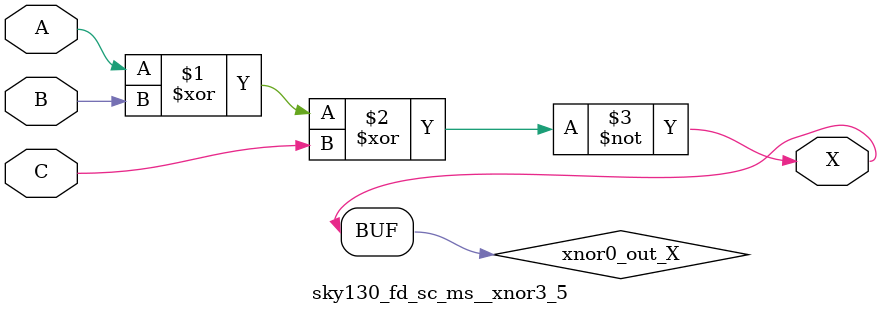
<source format=v>
module sky130_fd_sc_ms__xnor3_5 (
    X,
    A,
    B,
    C
);
    output X;
    input  A;
    input  B;
    input  C;
    wire xnor0_out_X;
    xnor xnor0 (xnor0_out_X, A, B, C        );
    buf  buf0  (X          , xnor0_out_X    );
endmodule
</source>
